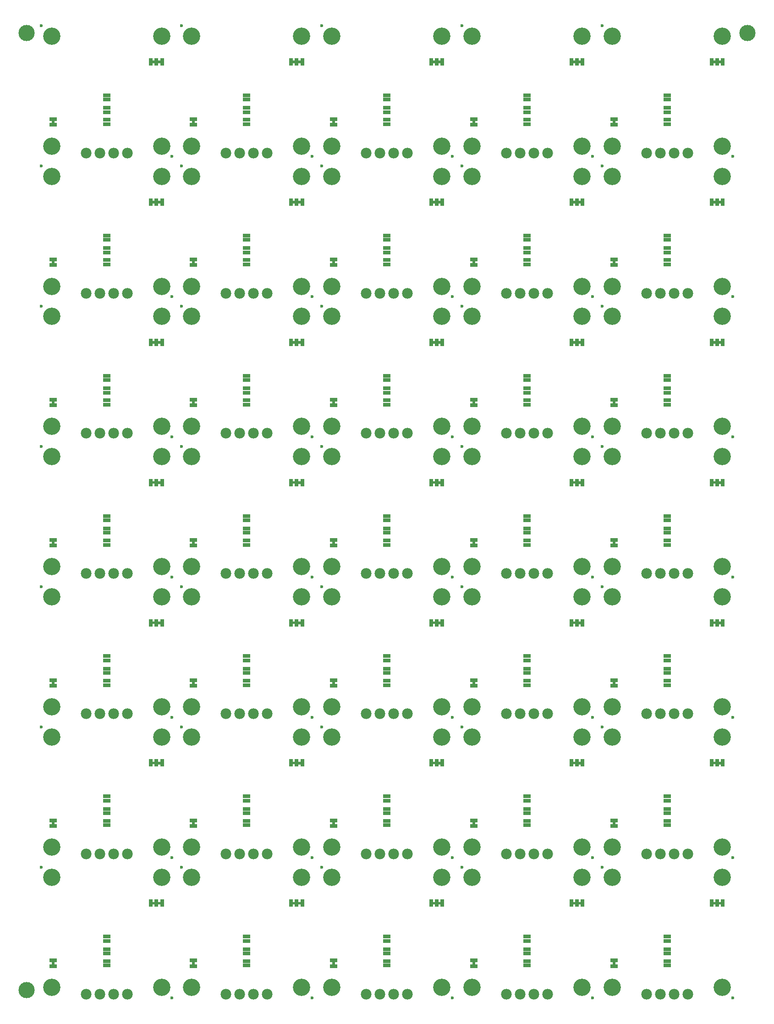
<source format=gbs>
%TF.GenerationSoftware,KiCad,Pcbnew,9.0.1*%
%TF.CreationDate,2025-06-06T10:29:03-06:00*%
%TF.ProjectId,SparkFun_STC31_panelized,53706172-6b46-4756-9e5f-53544333315f,v10*%
%TF.SameCoordinates,Original*%
%TF.FileFunction,Soldermask,Bot*%
%TF.FilePolarity,Negative*%
%FSLAX46Y46*%
G04 Gerber Fmt 4.6, Leading zero omitted, Abs format (unit mm)*
G04 Created by KiCad (PCBNEW 9.0.1) date 2025-06-06 10:29:03*
%MOMM*%
%LPD*%
G01*
G04 APERTURE LIST*
G04 Aperture macros list*
%AMRoundRect*
0 Rectangle with rounded corners*
0 $1 Rounding radius*
0 $2 $3 $4 $5 $6 $7 $8 $9 X,Y pos of 4 corners*
0 Add a 4 corners polygon primitive as box body*
4,1,4,$2,$3,$4,$5,$6,$7,$8,$9,$2,$3,0*
0 Add four circle primitives for the rounded corners*
1,1,$1+$1,$2,$3*
1,1,$1+$1,$4,$5*
1,1,$1+$1,$6,$7*
1,1,$1+$1,$8,$9*
0 Add four rect primitives between the rounded corners*
20,1,$1+$1,$2,$3,$4,$5,0*
20,1,$1+$1,$4,$5,$6,$7,0*
20,1,$1+$1,$6,$7,$8,$9,0*
20,1,$1+$1,$8,$9,$2,$3,0*%
G04 Aperture macros list end*
%ADD10C,0.000000*%
%ADD11C,3.000000*%
%ADD12RoundRect,0.050000X-0.635000X0.317500X-0.635000X-0.317500X0.635000X-0.317500X0.635000X0.317500X0*%
%ADD13RoundRect,0.050000X0.635000X-0.317500X0.635000X0.317500X-0.635000X0.317500X-0.635000X-0.317500X0*%
%ADD14C,0.600000*%
%ADD15RoundRect,0.050000X-0.635000X0.330200X-0.635000X-0.330200X0.635000X-0.330200X0.635000X0.330200X0*%
%ADD16RoundRect,0.050000X-0.330200X-0.635000X0.330200X-0.635000X0.330200X0.635000X-0.330200X0.635000X0*%
%ADD17RoundRect,0.050000X0.330200X0.635000X-0.330200X0.635000X-0.330200X-0.635000X0.330200X-0.635000X0*%
%ADD18C,3.200000*%
%ADD19C,1.979600*%
G04 APERTURE END LIST*
D10*
%TO.C,JP1*%
G36*
X106698000Y162131000D02*
G01*
X106217000Y162131000D01*
X106217000Y162639000D01*
X106698000Y162639000D01*
X106698000Y162131000D01*
G37*
G36*
X106698000Y136231000D02*
G01*
X106217000Y136231000D01*
X106217000Y136739000D01*
X106698000Y136739000D01*
X106698000Y136231000D01*
G37*
G36*
X106698000Y110331000D02*
G01*
X106217000Y110331000D01*
X106217000Y110839000D01*
X106698000Y110839000D01*
X106698000Y110331000D01*
G37*
G36*
X106698000Y84431000D02*
G01*
X106217000Y84431000D01*
X106217000Y84939000D01*
X106698000Y84939000D01*
X106698000Y84431000D01*
G37*
G36*
X106698000Y58531000D02*
G01*
X106217000Y58531000D01*
X106217000Y59039000D01*
X106698000Y59039000D01*
X106698000Y58531000D01*
G37*
G36*
X106698000Y32631000D02*
G01*
X106217000Y32631000D01*
X106217000Y33139000D01*
X106698000Y33139000D01*
X106698000Y32631000D01*
G37*
G36*
X106698000Y6731000D02*
G01*
X106217000Y6731000D01*
X106217000Y7239000D01*
X106698000Y7239000D01*
X106698000Y6731000D01*
G37*
G36*
X80798000Y162131000D02*
G01*
X80317000Y162131000D01*
X80317000Y162639000D01*
X80798000Y162639000D01*
X80798000Y162131000D01*
G37*
G36*
X80798000Y136231000D02*
G01*
X80317000Y136231000D01*
X80317000Y136739000D01*
X80798000Y136739000D01*
X80798000Y136231000D01*
G37*
G36*
X80798000Y110331000D02*
G01*
X80317000Y110331000D01*
X80317000Y110839000D01*
X80798000Y110839000D01*
X80798000Y110331000D01*
G37*
G36*
X80798000Y84431000D02*
G01*
X80317000Y84431000D01*
X80317000Y84939000D01*
X80798000Y84939000D01*
X80798000Y84431000D01*
G37*
G36*
X80798000Y58531000D02*
G01*
X80317000Y58531000D01*
X80317000Y59039000D01*
X80798000Y59039000D01*
X80798000Y58531000D01*
G37*
G36*
X80798000Y32631000D02*
G01*
X80317000Y32631000D01*
X80317000Y33139000D01*
X80798000Y33139000D01*
X80798000Y32631000D01*
G37*
G36*
X80798000Y6731000D02*
G01*
X80317000Y6731000D01*
X80317000Y7239000D01*
X80798000Y7239000D01*
X80798000Y6731000D01*
G37*
G36*
X54898000Y162131000D02*
G01*
X54417000Y162131000D01*
X54417000Y162639000D01*
X54898000Y162639000D01*
X54898000Y162131000D01*
G37*
G36*
X54898000Y136231000D02*
G01*
X54417000Y136231000D01*
X54417000Y136739000D01*
X54898000Y136739000D01*
X54898000Y136231000D01*
G37*
G36*
X54898000Y110331000D02*
G01*
X54417000Y110331000D01*
X54417000Y110839000D01*
X54898000Y110839000D01*
X54898000Y110331000D01*
G37*
G36*
X54898000Y84431000D02*
G01*
X54417000Y84431000D01*
X54417000Y84939000D01*
X54898000Y84939000D01*
X54898000Y84431000D01*
G37*
G36*
X54898000Y58531000D02*
G01*
X54417000Y58531000D01*
X54417000Y59039000D01*
X54898000Y59039000D01*
X54898000Y58531000D01*
G37*
G36*
X54898000Y32631000D02*
G01*
X54417000Y32631000D01*
X54417000Y33139000D01*
X54898000Y33139000D01*
X54898000Y32631000D01*
G37*
G36*
X54898000Y6731000D02*
G01*
X54417000Y6731000D01*
X54417000Y7239000D01*
X54898000Y7239000D01*
X54898000Y6731000D01*
G37*
G36*
X28998000Y162131000D02*
G01*
X28517000Y162131000D01*
X28517000Y162639000D01*
X28998000Y162639000D01*
X28998000Y162131000D01*
G37*
G36*
X28998000Y136231000D02*
G01*
X28517000Y136231000D01*
X28517000Y136739000D01*
X28998000Y136739000D01*
X28998000Y136231000D01*
G37*
G36*
X28998000Y110331000D02*
G01*
X28517000Y110331000D01*
X28517000Y110839000D01*
X28998000Y110839000D01*
X28998000Y110331000D01*
G37*
G36*
X28998000Y84431000D02*
G01*
X28517000Y84431000D01*
X28517000Y84939000D01*
X28998000Y84939000D01*
X28998000Y84431000D01*
G37*
G36*
X28998000Y58531000D02*
G01*
X28517000Y58531000D01*
X28517000Y59039000D01*
X28998000Y59039000D01*
X28998000Y58531000D01*
G37*
G36*
X28998000Y32631000D02*
G01*
X28517000Y32631000D01*
X28517000Y33139000D01*
X28998000Y33139000D01*
X28998000Y32631000D01*
G37*
G36*
X28998000Y6731000D02*
G01*
X28517000Y6731000D01*
X28517000Y7239000D01*
X28998000Y7239000D01*
X28998000Y6731000D01*
G37*
G36*
X3098000Y162131000D02*
G01*
X2617000Y162131000D01*
X2617000Y162639000D01*
X3098000Y162639000D01*
X3098000Y162131000D01*
G37*
G36*
X3098000Y136231000D02*
G01*
X2617000Y136231000D01*
X2617000Y136739000D01*
X3098000Y136739000D01*
X3098000Y136231000D01*
G37*
G36*
X3098000Y110331000D02*
G01*
X2617000Y110331000D01*
X2617000Y110839000D01*
X3098000Y110839000D01*
X3098000Y110331000D01*
G37*
G36*
X3098000Y84431000D02*
G01*
X2617000Y84431000D01*
X2617000Y84939000D01*
X3098000Y84939000D01*
X3098000Y84431000D01*
G37*
G36*
X3098000Y58531000D02*
G01*
X2617000Y58531000D01*
X2617000Y59039000D01*
X3098000Y59039000D01*
X3098000Y58531000D01*
G37*
G36*
X3098000Y32631000D02*
G01*
X2617000Y32631000D01*
X2617000Y33139000D01*
X3098000Y33139000D01*
X3098000Y32631000D01*
G37*
%TO.C,JP2*%
G36*
X125240800Y173257000D02*
G01*
X124732800Y173257000D01*
X124732800Y173738000D01*
X125240800Y173738000D01*
X125240800Y173257000D01*
G37*
G36*
X126273500Y173234000D02*
G01*
X125765500Y173234000D01*
X125765500Y173715000D01*
X126273500Y173715000D01*
X126273500Y173234000D01*
G37*
G36*
X125240800Y147357000D02*
G01*
X124732800Y147357000D01*
X124732800Y147838000D01*
X125240800Y147838000D01*
X125240800Y147357000D01*
G37*
G36*
X126273500Y147334000D02*
G01*
X125765500Y147334000D01*
X125765500Y147815000D01*
X126273500Y147815000D01*
X126273500Y147334000D01*
G37*
G36*
X125240800Y121457000D02*
G01*
X124732800Y121457000D01*
X124732800Y121938000D01*
X125240800Y121938000D01*
X125240800Y121457000D01*
G37*
G36*
X126273500Y121434000D02*
G01*
X125765500Y121434000D01*
X125765500Y121915000D01*
X126273500Y121915000D01*
X126273500Y121434000D01*
G37*
G36*
X125240800Y95557000D02*
G01*
X124732800Y95557000D01*
X124732800Y96038000D01*
X125240800Y96038000D01*
X125240800Y95557000D01*
G37*
G36*
X126273500Y95534000D02*
G01*
X125765500Y95534000D01*
X125765500Y96015000D01*
X126273500Y96015000D01*
X126273500Y95534000D01*
G37*
G36*
X125240800Y69657000D02*
G01*
X124732800Y69657000D01*
X124732800Y70138000D01*
X125240800Y70138000D01*
X125240800Y69657000D01*
G37*
G36*
X126273500Y69634000D02*
G01*
X125765500Y69634000D01*
X125765500Y70115000D01*
X126273500Y70115000D01*
X126273500Y69634000D01*
G37*
G36*
X125240800Y43757000D02*
G01*
X124732800Y43757000D01*
X124732800Y44238000D01*
X125240800Y44238000D01*
X125240800Y43757000D01*
G37*
G36*
X126273500Y43734000D02*
G01*
X125765500Y43734000D01*
X125765500Y44215000D01*
X126273500Y44215000D01*
X126273500Y43734000D01*
G37*
G36*
X125240800Y17857000D02*
G01*
X124732800Y17857000D01*
X124732800Y18338000D01*
X125240800Y18338000D01*
X125240800Y17857000D01*
G37*
G36*
X126273500Y17834000D02*
G01*
X125765500Y17834000D01*
X125765500Y18315000D01*
X126273500Y18315000D01*
X126273500Y17834000D01*
G37*
G36*
X99340800Y173257000D02*
G01*
X98832800Y173257000D01*
X98832800Y173738000D01*
X99340800Y173738000D01*
X99340800Y173257000D01*
G37*
G36*
X100373500Y173234000D02*
G01*
X99865500Y173234000D01*
X99865500Y173715000D01*
X100373500Y173715000D01*
X100373500Y173234000D01*
G37*
G36*
X99340800Y147357000D02*
G01*
X98832800Y147357000D01*
X98832800Y147838000D01*
X99340800Y147838000D01*
X99340800Y147357000D01*
G37*
G36*
X100373500Y147334000D02*
G01*
X99865500Y147334000D01*
X99865500Y147815000D01*
X100373500Y147815000D01*
X100373500Y147334000D01*
G37*
G36*
X99340800Y121457000D02*
G01*
X98832800Y121457000D01*
X98832800Y121938000D01*
X99340800Y121938000D01*
X99340800Y121457000D01*
G37*
G36*
X100373500Y121434000D02*
G01*
X99865500Y121434000D01*
X99865500Y121915000D01*
X100373500Y121915000D01*
X100373500Y121434000D01*
G37*
G36*
X99340800Y95557000D02*
G01*
X98832800Y95557000D01*
X98832800Y96038000D01*
X99340800Y96038000D01*
X99340800Y95557000D01*
G37*
G36*
X100373500Y95534000D02*
G01*
X99865500Y95534000D01*
X99865500Y96015000D01*
X100373500Y96015000D01*
X100373500Y95534000D01*
G37*
G36*
X99340800Y69657000D02*
G01*
X98832800Y69657000D01*
X98832800Y70138000D01*
X99340800Y70138000D01*
X99340800Y69657000D01*
G37*
G36*
X100373500Y69634000D02*
G01*
X99865500Y69634000D01*
X99865500Y70115000D01*
X100373500Y70115000D01*
X100373500Y69634000D01*
G37*
G36*
X99340800Y43757000D02*
G01*
X98832800Y43757000D01*
X98832800Y44238000D01*
X99340800Y44238000D01*
X99340800Y43757000D01*
G37*
G36*
X100373500Y43734000D02*
G01*
X99865500Y43734000D01*
X99865500Y44215000D01*
X100373500Y44215000D01*
X100373500Y43734000D01*
G37*
G36*
X99340800Y17857000D02*
G01*
X98832800Y17857000D01*
X98832800Y18338000D01*
X99340800Y18338000D01*
X99340800Y17857000D01*
G37*
G36*
X100373500Y17834000D02*
G01*
X99865500Y17834000D01*
X99865500Y18315000D01*
X100373500Y18315000D01*
X100373500Y17834000D01*
G37*
G36*
X73440800Y173257000D02*
G01*
X72932800Y173257000D01*
X72932800Y173738000D01*
X73440800Y173738000D01*
X73440800Y173257000D01*
G37*
G36*
X74473500Y173234000D02*
G01*
X73965500Y173234000D01*
X73965500Y173715000D01*
X74473500Y173715000D01*
X74473500Y173234000D01*
G37*
G36*
X73440800Y147357000D02*
G01*
X72932800Y147357000D01*
X72932800Y147838000D01*
X73440800Y147838000D01*
X73440800Y147357000D01*
G37*
G36*
X74473500Y147334000D02*
G01*
X73965500Y147334000D01*
X73965500Y147815000D01*
X74473500Y147815000D01*
X74473500Y147334000D01*
G37*
G36*
X73440800Y121457000D02*
G01*
X72932800Y121457000D01*
X72932800Y121938000D01*
X73440800Y121938000D01*
X73440800Y121457000D01*
G37*
G36*
X74473500Y121434000D02*
G01*
X73965500Y121434000D01*
X73965500Y121915000D01*
X74473500Y121915000D01*
X74473500Y121434000D01*
G37*
G36*
X73440800Y95557000D02*
G01*
X72932800Y95557000D01*
X72932800Y96038000D01*
X73440800Y96038000D01*
X73440800Y95557000D01*
G37*
G36*
X74473500Y95534000D02*
G01*
X73965500Y95534000D01*
X73965500Y96015000D01*
X74473500Y96015000D01*
X74473500Y95534000D01*
G37*
G36*
X73440800Y69657000D02*
G01*
X72932800Y69657000D01*
X72932800Y70138000D01*
X73440800Y70138000D01*
X73440800Y69657000D01*
G37*
G36*
X74473500Y69634000D02*
G01*
X73965500Y69634000D01*
X73965500Y70115000D01*
X74473500Y70115000D01*
X74473500Y69634000D01*
G37*
G36*
X73440800Y43757000D02*
G01*
X72932800Y43757000D01*
X72932800Y44238000D01*
X73440800Y44238000D01*
X73440800Y43757000D01*
G37*
G36*
X74473500Y43734000D02*
G01*
X73965500Y43734000D01*
X73965500Y44215000D01*
X74473500Y44215000D01*
X74473500Y43734000D01*
G37*
G36*
X73440800Y17857000D02*
G01*
X72932800Y17857000D01*
X72932800Y18338000D01*
X73440800Y18338000D01*
X73440800Y17857000D01*
G37*
G36*
X74473500Y17834000D02*
G01*
X73965500Y17834000D01*
X73965500Y18315000D01*
X74473500Y18315000D01*
X74473500Y17834000D01*
G37*
G36*
X47540800Y173257000D02*
G01*
X47032800Y173257000D01*
X47032800Y173738000D01*
X47540800Y173738000D01*
X47540800Y173257000D01*
G37*
G36*
X48573500Y173234000D02*
G01*
X48065500Y173234000D01*
X48065500Y173715000D01*
X48573500Y173715000D01*
X48573500Y173234000D01*
G37*
G36*
X47540800Y147357000D02*
G01*
X47032800Y147357000D01*
X47032800Y147838000D01*
X47540800Y147838000D01*
X47540800Y147357000D01*
G37*
G36*
X48573500Y147334000D02*
G01*
X48065500Y147334000D01*
X48065500Y147815000D01*
X48573500Y147815000D01*
X48573500Y147334000D01*
G37*
G36*
X47540800Y121457000D02*
G01*
X47032800Y121457000D01*
X47032800Y121938000D01*
X47540800Y121938000D01*
X47540800Y121457000D01*
G37*
G36*
X48573500Y121434000D02*
G01*
X48065500Y121434000D01*
X48065500Y121915000D01*
X48573500Y121915000D01*
X48573500Y121434000D01*
G37*
G36*
X47540800Y95557000D02*
G01*
X47032800Y95557000D01*
X47032800Y96038000D01*
X47540800Y96038000D01*
X47540800Y95557000D01*
G37*
G36*
X48573500Y95534000D02*
G01*
X48065500Y95534000D01*
X48065500Y96015000D01*
X48573500Y96015000D01*
X48573500Y95534000D01*
G37*
G36*
X47540800Y69657000D02*
G01*
X47032800Y69657000D01*
X47032800Y70138000D01*
X47540800Y70138000D01*
X47540800Y69657000D01*
G37*
G36*
X48573500Y69634000D02*
G01*
X48065500Y69634000D01*
X48065500Y70115000D01*
X48573500Y70115000D01*
X48573500Y69634000D01*
G37*
G36*
X47540800Y43757000D02*
G01*
X47032800Y43757000D01*
X47032800Y44238000D01*
X47540800Y44238000D01*
X47540800Y43757000D01*
G37*
G36*
X48573500Y43734000D02*
G01*
X48065500Y43734000D01*
X48065500Y44215000D01*
X48573500Y44215000D01*
X48573500Y43734000D01*
G37*
G36*
X47540800Y17857000D02*
G01*
X47032800Y17857000D01*
X47032800Y18338000D01*
X47540800Y18338000D01*
X47540800Y17857000D01*
G37*
G36*
X48573500Y17834000D02*
G01*
X48065500Y17834000D01*
X48065500Y18315000D01*
X48573500Y18315000D01*
X48573500Y17834000D01*
G37*
G36*
X21640800Y173257000D02*
G01*
X21132800Y173257000D01*
X21132800Y173738000D01*
X21640800Y173738000D01*
X21640800Y173257000D01*
G37*
G36*
X22673500Y173234000D02*
G01*
X22165500Y173234000D01*
X22165500Y173715000D01*
X22673500Y173715000D01*
X22673500Y173234000D01*
G37*
G36*
X21640800Y147357000D02*
G01*
X21132800Y147357000D01*
X21132800Y147838000D01*
X21640800Y147838000D01*
X21640800Y147357000D01*
G37*
G36*
X22673500Y147334000D02*
G01*
X22165500Y147334000D01*
X22165500Y147815000D01*
X22673500Y147815000D01*
X22673500Y147334000D01*
G37*
G36*
X21640800Y121457000D02*
G01*
X21132800Y121457000D01*
X21132800Y121938000D01*
X21640800Y121938000D01*
X21640800Y121457000D01*
G37*
G36*
X22673500Y121434000D02*
G01*
X22165500Y121434000D01*
X22165500Y121915000D01*
X22673500Y121915000D01*
X22673500Y121434000D01*
G37*
G36*
X21640800Y95557000D02*
G01*
X21132800Y95557000D01*
X21132800Y96038000D01*
X21640800Y96038000D01*
X21640800Y95557000D01*
G37*
G36*
X22673500Y95534000D02*
G01*
X22165500Y95534000D01*
X22165500Y96015000D01*
X22673500Y96015000D01*
X22673500Y95534000D01*
G37*
G36*
X21640800Y69657000D02*
G01*
X21132800Y69657000D01*
X21132800Y70138000D01*
X21640800Y70138000D01*
X21640800Y69657000D01*
G37*
G36*
X22673500Y69634000D02*
G01*
X22165500Y69634000D01*
X22165500Y70115000D01*
X22673500Y70115000D01*
X22673500Y69634000D01*
G37*
G36*
X21640800Y43757000D02*
G01*
X21132800Y43757000D01*
X21132800Y44238000D01*
X21640800Y44238000D01*
X21640800Y43757000D01*
G37*
G36*
X22673500Y43734000D02*
G01*
X22165500Y43734000D01*
X22165500Y44215000D01*
X22673500Y44215000D01*
X22673500Y43734000D01*
G37*
G36*
X21640800Y17857000D02*
G01*
X21132800Y17857000D01*
X21132800Y18338000D01*
X21640800Y18338000D01*
X21640800Y17857000D01*
G37*
G36*
X22673500Y17834000D02*
G01*
X22165500Y17834000D01*
X22165500Y18315000D01*
X22673500Y18315000D01*
X22673500Y17834000D01*
G37*
%TO.C,JP1*%
G36*
X3098000Y6731000D02*
G01*
X2617000Y6731000D01*
X2617000Y7239000D01*
X3098000Y7239000D01*
X3098000Y6731000D01*
G37*
%TD*%
D11*
%TO.C,*%
X131087500Y178800000D03*
%TD*%
%TO.C,*%
X-2087500Y178800000D03*
%TD*%
%TO.C,*%
X-2087500Y2000000D03*
%TD*%
D12*
%TO.C,JP3*%
X116300000Y167325300D03*
X116300000Y166512500D03*
%TD*%
%TO.C,JP3*%
X116300000Y141425300D03*
X116300000Y140612500D03*
%TD*%
%TO.C,JP3*%
X116300000Y115525300D03*
X116300000Y114712500D03*
%TD*%
%TO.C,JP3*%
X116300000Y89625300D03*
X116300000Y88812500D03*
%TD*%
%TO.C,JP3*%
X116300000Y63725300D03*
X116300000Y62912500D03*
%TD*%
%TO.C,JP3*%
X116300000Y37825300D03*
X116300000Y37012500D03*
%TD*%
%TO.C,JP3*%
X116300000Y11925300D03*
X116300000Y11112500D03*
%TD*%
%TO.C,JP3*%
X90400000Y167325300D03*
X90400000Y166512500D03*
%TD*%
%TO.C,JP3*%
X90400000Y141425300D03*
X90400000Y140612500D03*
%TD*%
%TO.C,JP3*%
X90400000Y115525300D03*
X90400000Y114712500D03*
%TD*%
%TO.C,JP3*%
X90400000Y89625300D03*
X90400000Y88812500D03*
%TD*%
%TO.C,JP3*%
X90400000Y63725300D03*
X90400000Y62912500D03*
%TD*%
%TO.C,JP3*%
X90400000Y37825300D03*
X90400000Y37012500D03*
%TD*%
%TO.C,JP3*%
X90400000Y11925300D03*
X90400000Y11112500D03*
%TD*%
%TO.C,JP3*%
X64500000Y167325300D03*
X64500000Y166512500D03*
%TD*%
%TO.C,JP3*%
X64500000Y141425300D03*
X64500000Y140612500D03*
%TD*%
%TO.C,JP3*%
X64500000Y115525300D03*
X64500000Y114712500D03*
%TD*%
%TO.C,JP3*%
X64500000Y89625300D03*
X64500000Y88812500D03*
%TD*%
%TO.C,JP3*%
X64500000Y63725300D03*
X64500000Y62912500D03*
%TD*%
%TO.C,JP3*%
X64500000Y37825300D03*
X64500000Y37012500D03*
%TD*%
%TO.C,JP3*%
X64500000Y11925300D03*
X64500000Y11112500D03*
%TD*%
%TO.C,JP3*%
X38600000Y167325300D03*
X38600000Y166512500D03*
%TD*%
%TO.C,JP3*%
X38600000Y141425300D03*
X38600000Y140612500D03*
%TD*%
%TO.C,JP3*%
X38600000Y115525300D03*
X38600000Y114712500D03*
%TD*%
%TO.C,JP3*%
X38600000Y89625300D03*
X38600000Y88812500D03*
%TD*%
%TO.C,JP3*%
X38600000Y63725300D03*
X38600000Y62912500D03*
%TD*%
%TO.C,JP3*%
X38600000Y37825300D03*
X38600000Y37012500D03*
%TD*%
%TO.C,JP3*%
X38600000Y11925300D03*
X38600000Y11112500D03*
%TD*%
%TO.C,JP3*%
X12700000Y167325300D03*
X12700000Y166512500D03*
%TD*%
%TO.C,JP3*%
X12700000Y141425300D03*
X12700000Y140612500D03*
%TD*%
%TO.C,JP3*%
X12700000Y115525300D03*
X12700000Y114712500D03*
%TD*%
%TO.C,JP3*%
X12700000Y89625300D03*
X12700000Y88812500D03*
%TD*%
%TO.C,JP3*%
X12700000Y63725300D03*
X12700000Y62912500D03*
%TD*%
%TO.C,JP3*%
X12700000Y37825300D03*
X12700000Y37012500D03*
%TD*%
D13*
%TO.C,JP5*%
X116300000Y161978600D03*
X116300000Y162791400D03*
%TD*%
%TO.C,JP5*%
X116300000Y136078600D03*
X116300000Y136891400D03*
%TD*%
%TO.C,JP5*%
X116300000Y110178600D03*
X116300000Y110991400D03*
%TD*%
%TO.C,JP5*%
X116300000Y84278600D03*
X116300000Y85091400D03*
%TD*%
%TO.C,JP5*%
X116300000Y58378600D03*
X116300000Y59191400D03*
%TD*%
%TO.C,JP5*%
X116300000Y32478600D03*
X116300000Y33291400D03*
%TD*%
%TO.C,JP5*%
X116300000Y6578600D03*
X116300000Y7391400D03*
%TD*%
%TO.C,JP5*%
X90400000Y161978600D03*
X90400000Y162791400D03*
%TD*%
%TO.C,JP5*%
X90400000Y136078600D03*
X90400000Y136891400D03*
%TD*%
%TO.C,JP5*%
X90400000Y110178600D03*
X90400000Y110991400D03*
%TD*%
%TO.C,JP5*%
X90400000Y84278600D03*
X90400000Y85091400D03*
%TD*%
%TO.C,JP5*%
X90400000Y58378600D03*
X90400000Y59191400D03*
%TD*%
%TO.C,JP5*%
X90400000Y32478600D03*
X90400000Y33291400D03*
%TD*%
%TO.C,JP5*%
X90400000Y6578600D03*
X90400000Y7391400D03*
%TD*%
%TO.C,JP5*%
X64500000Y161978600D03*
X64500000Y162791400D03*
%TD*%
%TO.C,JP5*%
X64500000Y136078600D03*
X64500000Y136891400D03*
%TD*%
%TO.C,JP5*%
X64500000Y110178600D03*
X64500000Y110991400D03*
%TD*%
%TO.C,JP5*%
X64500000Y84278600D03*
X64500000Y85091400D03*
%TD*%
%TO.C,JP5*%
X64500000Y58378600D03*
X64500000Y59191400D03*
%TD*%
%TO.C,JP5*%
X64500000Y32478600D03*
X64500000Y33291400D03*
%TD*%
%TO.C,JP5*%
X64500000Y6578600D03*
X64500000Y7391400D03*
%TD*%
%TO.C,JP5*%
X38600000Y161978600D03*
X38600000Y162791400D03*
%TD*%
%TO.C,JP5*%
X38600000Y136078600D03*
X38600000Y136891400D03*
%TD*%
%TO.C,JP5*%
X38600000Y110178600D03*
X38600000Y110991400D03*
%TD*%
%TO.C,JP5*%
X38600000Y84278600D03*
X38600000Y85091400D03*
%TD*%
%TO.C,JP5*%
X38600000Y58378600D03*
X38600000Y59191400D03*
%TD*%
%TO.C,JP5*%
X38600000Y32478600D03*
X38600000Y33291400D03*
%TD*%
%TO.C,JP5*%
X38600000Y6578600D03*
X38600000Y7391400D03*
%TD*%
%TO.C,JP5*%
X12700000Y161978600D03*
X12700000Y162791400D03*
%TD*%
%TO.C,JP5*%
X12700000Y136078600D03*
X12700000Y136891400D03*
%TD*%
%TO.C,JP5*%
X12700000Y110178600D03*
X12700000Y110991400D03*
%TD*%
%TO.C,JP5*%
X12700000Y84278600D03*
X12700000Y85091400D03*
%TD*%
%TO.C,JP5*%
X12700000Y58378600D03*
X12700000Y59191400D03*
%TD*%
%TO.C,JP5*%
X12700000Y32478600D03*
X12700000Y33291400D03*
%TD*%
D14*
%TO.C,FID1*%
X128365000Y156035000D03*
%TD*%
%TO.C,FID1*%
X128365000Y130135000D03*
%TD*%
%TO.C,FID1*%
X128365000Y104235000D03*
%TD*%
%TO.C,FID1*%
X128365000Y78335000D03*
%TD*%
%TO.C,FID1*%
X128365000Y52435000D03*
%TD*%
%TO.C,FID1*%
X128365000Y26535000D03*
%TD*%
%TO.C,FID1*%
X128365000Y635000D03*
%TD*%
%TO.C,FID1*%
X102465000Y156035000D03*
%TD*%
%TO.C,FID1*%
X102465000Y130135000D03*
%TD*%
%TO.C,FID1*%
X102465000Y104235000D03*
%TD*%
%TO.C,FID1*%
X102465000Y78335000D03*
%TD*%
%TO.C,FID1*%
X102465000Y52435000D03*
%TD*%
%TO.C,FID1*%
X102465000Y26535000D03*
%TD*%
%TO.C,FID1*%
X102465000Y635000D03*
%TD*%
%TO.C,FID1*%
X76565000Y156035000D03*
%TD*%
%TO.C,FID1*%
X76565000Y130135000D03*
%TD*%
%TO.C,FID1*%
X76565000Y104235000D03*
%TD*%
%TO.C,FID1*%
X76565000Y78335000D03*
%TD*%
%TO.C,FID1*%
X76565000Y52435000D03*
%TD*%
%TO.C,FID1*%
X76565000Y26535000D03*
%TD*%
%TO.C,FID1*%
X76565000Y635000D03*
%TD*%
%TO.C,FID1*%
X50665000Y156035000D03*
%TD*%
%TO.C,FID1*%
X50665000Y130135000D03*
%TD*%
%TO.C,FID1*%
X50665000Y104235000D03*
%TD*%
%TO.C,FID1*%
X50665000Y78335000D03*
%TD*%
%TO.C,FID1*%
X50665000Y52435000D03*
%TD*%
%TO.C,FID1*%
X50665000Y26535000D03*
%TD*%
%TO.C,FID1*%
X50665000Y635000D03*
%TD*%
%TO.C,FID1*%
X24765000Y156035000D03*
%TD*%
%TO.C,FID1*%
X24765000Y130135000D03*
%TD*%
%TO.C,FID1*%
X24765000Y104235000D03*
%TD*%
%TO.C,FID1*%
X24765000Y78335000D03*
%TD*%
%TO.C,FID1*%
X24765000Y52435000D03*
%TD*%
%TO.C,FID1*%
X24765000Y26535000D03*
%TD*%
%TO.C,FID2*%
X104235000Y180165000D03*
%TD*%
%TO.C,FID2*%
X104235000Y154265000D03*
%TD*%
%TO.C,FID2*%
X104235000Y128365000D03*
%TD*%
%TO.C,FID2*%
X104235000Y102465000D03*
%TD*%
%TO.C,FID2*%
X104235000Y76565000D03*
%TD*%
%TO.C,FID2*%
X104235000Y50665000D03*
%TD*%
%TO.C,FID2*%
X104235000Y24765000D03*
%TD*%
%TO.C,FID2*%
X78335000Y180165000D03*
%TD*%
%TO.C,FID2*%
X78335000Y154265000D03*
%TD*%
%TO.C,FID2*%
X78335000Y128365000D03*
%TD*%
%TO.C,FID2*%
X78335000Y102465000D03*
%TD*%
%TO.C,FID2*%
X78335000Y76565000D03*
%TD*%
%TO.C,FID2*%
X78335000Y50665000D03*
%TD*%
%TO.C,FID2*%
X78335000Y24765000D03*
%TD*%
%TO.C,FID2*%
X52435000Y180165000D03*
%TD*%
%TO.C,FID2*%
X52435000Y154265000D03*
%TD*%
%TO.C,FID2*%
X52435000Y128365000D03*
%TD*%
%TO.C,FID2*%
X52435000Y102465000D03*
%TD*%
%TO.C,FID2*%
X52435000Y76565000D03*
%TD*%
%TO.C,FID2*%
X52435000Y50665000D03*
%TD*%
%TO.C,FID2*%
X52435000Y24765000D03*
%TD*%
%TO.C,FID2*%
X26535000Y180165000D03*
%TD*%
%TO.C,FID2*%
X26535000Y154265000D03*
%TD*%
%TO.C,FID2*%
X26535000Y128365000D03*
%TD*%
%TO.C,FID2*%
X26535000Y102465000D03*
%TD*%
%TO.C,FID2*%
X26535000Y76565000D03*
%TD*%
%TO.C,FID2*%
X26535000Y50665000D03*
%TD*%
%TO.C,FID2*%
X26535000Y24765000D03*
%TD*%
%TO.C,FID2*%
X635000Y180165000D03*
%TD*%
%TO.C,FID2*%
X635000Y154265000D03*
%TD*%
%TO.C,FID2*%
X635000Y128365000D03*
%TD*%
%TO.C,FID2*%
X635000Y102465000D03*
%TD*%
%TO.C,FID2*%
X635000Y76565000D03*
%TD*%
%TO.C,FID2*%
X635000Y50665000D03*
%TD*%
D15*
%TO.C,JP1*%
X106457500Y162905700D03*
X106457500Y161864300D03*
%TD*%
%TO.C,JP1*%
X106457500Y137005700D03*
X106457500Y135964300D03*
%TD*%
%TO.C,JP1*%
X106457500Y111105700D03*
X106457500Y110064300D03*
%TD*%
%TO.C,JP1*%
X106457500Y85205700D03*
X106457500Y84164300D03*
%TD*%
%TO.C,JP1*%
X106457500Y59305700D03*
X106457500Y58264300D03*
%TD*%
%TO.C,JP1*%
X106457500Y33405700D03*
X106457500Y32364300D03*
%TD*%
%TO.C,JP1*%
X106457500Y7505700D03*
X106457500Y6464300D03*
%TD*%
%TO.C,JP1*%
X80557500Y162905700D03*
X80557500Y161864300D03*
%TD*%
%TO.C,JP1*%
X80557500Y137005700D03*
X80557500Y135964300D03*
%TD*%
%TO.C,JP1*%
X80557500Y111105700D03*
X80557500Y110064300D03*
%TD*%
%TO.C,JP1*%
X80557500Y85205700D03*
X80557500Y84164300D03*
%TD*%
%TO.C,JP1*%
X80557500Y59305700D03*
X80557500Y58264300D03*
%TD*%
%TO.C,JP1*%
X80557500Y33405700D03*
X80557500Y32364300D03*
%TD*%
%TO.C,JP1*%
X80557500Y7505700D03*
X80557500Y6464300D03*
%TD*%
%TO.C,JP1*%
X54657500Y162905700D03*
X54657500Y161864300D03*
%TD*%
%TO.C,JP1*%
X54657500Y137005700D03*
X54657500Y135964300D03*
%TD*%
%TO.C,JP1*%
X54657500Y111105700D03*
X54657500Y110064300D03*
%TD*%
%TO.C,JP1*%
X54657500Y85205700D03*
X54657500Y84164300D03*
%TD*%
%TO.C,JP1*%
X54657500Y59305700D03*
X54657500Y58264300D03*
%TD*%
%TO.C,JP1*%
X54657500Y33405700D03*
X54657500Y32364300D03*
%TD*%
%TO.C,JP1*%
X54657500Y7505700D03*
X54657500Y6464300D03*
%TD*%
%TO.C,JP1*%
X28757500Y162905700D03*
X28757500Y161864300D03*
%TD*%
%TO.C,JP1*%
X28757500Y137005700D03*
X28757500Y135964300D03*
%TD*%
%TO.C,JP1*%
X28757500Y111105700D03*
X28757500Y110064300D03*
%TD*%
%TO.C,JP1*%
X28757500Y85205700D03*
X28757500Y84164300D03*
%TD*%
%TO.C,JP1*%
X28757500Y59305700D03*
X28757500Y58264300D03*
%TD*%
%TO.C,JP1*%
X28757500Y33405700D03*
X28757500Y32364300D03*
%TD*%
%TO.C,JP1*%
X28757500Y7505700D03*
X28757500Y6464300D03*
%TD*%
%TO.C,JP1*%
X2857500Y162905700D03*
X2857500Y161864300D03*
%TD*%
%TO.C,JP1*%
X2857500Y137005700D03*
X2857500Y135964300D03*
%TD*%
%TO.C,JP1*%
X2857500Y111105700D03*
X2857500Y110064300D03*
%TD*%
%TO.C,JP1*%
X2857500Y85205700D03*
X2857500Y84164300D03*
%TD*%
%TO.C,JP1*%
X2857500Y59305700D03*
X2857500Y58264300D03*
%TD*%
%TO.C,JP1*%
X2857500Y33405700D03*
X2857500Y32364300D03*
%TD*%
D13*
%TO.C,JP4*%
X116300000Y164201100D03*
X116300000Y165013900D03*
%TD*%
%TO.C,JP4*%
X116300000Y138301100D03*
X116300000Y139113900D03*
%TD*%
%TO.C,JP4*%
X116300000Y112401100D03*
X116300000Y113213900D03*
%TD*%
%TO.C,JP4*%
X116300000Y86501100D03*
X116300000Y87313900D03*
%TD*%
%TO.C,JP4*%
X116300000Y60601100D03*
X116300000Y61413900D03*
%TD*%
%TO.C,JP4*%
X116300000Y34701100D03*
X116300000Y35513900D03*
%TD*%
%TO.C,JP4*%
X116300000Y8801100D03*
X116300000Y9613900D03*
%TD*%
%TO.C,JP4*%
X90400000Y164201100D03*
X90400000Y165013900D03*
%TD*%
%TO.C,JP4*%
X90400000Y138301100D03*
X90400000Y139113900D03*
%TD*%
%TO.C,JP4*%
X90400000Y112401100D03*
X90400000Y113213900D03*
%TD*%
%TO.C,JP4*%
X90400000Y86501100D03*
X90400000Y87313900D03*
%TD*%
%TO.C,JP4*%
X90400000Y60601100D03*
X90400000Y61413900D03*
%TD*%
%TO.C,JP4*%
X90400000Y34701100D03*
X90400000Y35513900D03*
%TD*%
%TO.C,JP4*%
X90400000Y8801100D03*
X90400000Y9613900D03*
%TD*%
%TO.C,JP4*%
X64500000Y164201100D03*
X64500000Y165013900D03*
%TD*%
%TO.C,JP4*%
X64500000Y138301100D03*
X64500000Y139113900D03*
%TD*%
%TO.C,JP4*%
X64500000Y112401100D03*
X64500000Y113213900D03*
%TD*%
%TO.C,JP4*%
X64500000Y86501100D03*
X64500000Y87313900D03*
%TD*%
%TO.C,JP4*%
X64500000Y60601100D03*
X64500000Y61413900D03*
%TD*%
%TO.C,JP4*%
X64500000Y34701100D03*
X64500000Y35513900D03*
%TD*%
%TO.C,JP4*%
X64500000Y8801100D03*
X64500000Y9613900D03*
%TD*%
%TO.C,JP4*%
X38600000Y164201100D03*
X38600000Y165013900D03*
%TD*%
%TO.C,JP4*%
X38600000Y138301100D03*
X38600000Y139113900D03*
%TD*%
%TO.C,JP4*%
X38600000Y112401100D03*
X38600000Y113213900D03*
%TD*%
%TO.C,JP4*%
X38600000Y86501100D03*
X38600000Y87313900D03*
%TD*%
%TO.C,JP4*%
X38600000Y60601100D03*
X38600000Y61413900D03*
%TD*%
%TO.C,JP4*%
X38600000Y34701100D03*
X38600000Y35513900D03*
%TD*%
%TO.C,JP4*%
X38600000Y8801100D03*
X38600000Y9613900D03*
%TD*%
%TO.C,JP4*%
X12700000Y164201100D03*
X12700000Y165013900D03*
%TD*%
%TO.C,JP4*%
X12700000Y138301100D03*
X12700000Y139113900D03*
%TD*%
%TO.C,JP4*%
X12700000Y112401100D03*
X12700000Y113213900D03*
%TD*%
%TO.C,JP4*%
X12700000Y86501100D03*
X12700000Y87313900D03*
%TD*%
%TO.C,JP4*%
X12700000Y60601100D03*
X12700000Y61413900D03*
%TD*%
%TO.C,JP4*%
X12700000Y34701100D03*
X12700000Y35513900D03*
%TD*%
D16*
%TO.C,JP2*%
X124466100Y173497500D03*
X125507500Y173497500D03*
D17*
X126548900Y173497500D03*
%TD*%
D16*
%TO.C,JP2*%
X124466100Y147597500D03*
X125507500Y147597500D03*
D17*
X126548900Y147597500D03*
%TD*%
D16*
%TO.C,JP2*%
X124466100Y121697500D03*
X125507500Y121697500D03*
D17*
X126548900Y121697500D03*
%TD*%
D16*
%TO.C,JP2*%
X124466100Y95797500D03*
X125507500Y95797500D03*
D17*
X126548900Y95797500D03*
%TD*%
D16*
%TO.C,JP2*%
X124466100Y69897500D03*
X125507500Y69897500D03*
D17*
X126548900Y69897500D03*
%TD*%
D16*
%TO.C,JP2*%
X124466100Y43997500D03*
X125507500Y43997500D03*
D17*
X126548900Y43997500D03*
%TD*%
D16*
%TO.C,JP2*%
X124466100Y18097500D03*
X125507500Y18097500D03*
D17*
X126548900Y18097500D03*
%TD*%
D16*
%TO.C,JP2*%
X98566100Y173497500D03*
X99607500Y173497500D03*
D17*
X100648900Y173497500D03*
%TD*%
D16*
%TO.C,JP2*%
X98566100Y147597500D03*
X99607500Y147597500D03*
D17*
X100648900Y147597500D03*
%TD*%
D16*
%TO.C,JP2*%
X98566100Y121697500D03*
X99607500Y121697500D03*
D17*
X100648900Y121697500D03*
%TD*%
D16*
%TO.C,JP2*%
X98566100Y95797500D03*
X99607500Y95797500D03*
D17*
X100648900Y95797500D03*
%TD*%
D16*
%TO.C,JP2*%
X98566100Y69897500D03*
X99607500Y69897500D03*
D17*
X100648900Y69897500D03*
%TD*%
D16*
%TO.C,JP2*%
X98566100Y43997500D03*
X99607500Y43997500D03*
D17*
X100648900Y43997500D03*
%TD*%
D16*
%TO.C,JP2*%
X98566100Y18097500D03*
X99607500Y18097500D03*
D17*
X100648900Y18097500D03*
%TD*%
D16*
%TO.C,JP2*%
X72666100Y173497500D03*
X73707500Y173497500D03*
D17*
X74748900Y173497500D03*
%TD*%
D16*
%TO.C,JP2*%
X72666100Y147597500D03*
X73707500Y147597500D03*
D17*
X74748900Y147597500D03*
%TD*%
D16*
%TO.C,JP2*%
X72666100Y121697500D03*
X73707500Y121697500D03*
D17*
X74748900Y121697500D03*
%TD*%
D16*
%TO.C,JP2*%
X72666100Y95797500D03*
X73707500Y95797500D03*
D17*
X74748900Y95797500D03*
%TD*%
D16*
%TO.C,JP2*%
X72666100Y69897500D03*
X73707500Y69897500D03*
D17*
X74748900Y69897500D03*
%TD*%
D16*
%TO.C,JP2*%
X72666100Y43997500D03*
X73707500Y43997500D03*
D17*
X74748900Y43997500D03*
%TD*%
D16*
%TO.C,JP2*%
X72666100Y18097500D03*
X73707500Y18097500D03*
D17*
X74748900Y18097500D03*
%TD*%
D16*
%TO.C,JP2*%
X46766100Y173497500D03*
X47807500Y173497500D03*
D17*
X48848900Y173497500D03*
%TD*%
D16*
%TO.C,JP2*%
X46766100Y147597500D03*
X47807500Y147597500D03*
D17*
X48848900Y147597500D03*
%TD*%
D16*
%TO.C,JP2*%
X46766100Y121697500D03*
X47807500Y121697500D03*
D17*
X48848900Y121697500D03*
%TD*%
D16*
%TO.C,JP2*%
X46766100Y95797500D03*
X47807500Y95797500D03*
D17*
X48848900Y95797500D03*
%TD*%
D16*
%TO.C,JP2*%
X46766100Y69897500D03*
X47807500Y69897500D03*
D17*
X48848900Y69897500D03*
%TD*%
D16*
%TO.C,JP2*%
X46766100Y43997500D03*
X47807500Y43997500D03*
D17*
X48848900Y43997500D03*
%TD*%
D16*
%TO.C,JP2*%
X46766100Y18097500D03*
X47807500Y18097500D03*
D17*
X48848900Y18097500D03*
%TD*%
D16*
%TO.C,JP2*%
X20866100Y173497500D03*
X21907500Y173497500D03*
D17*
X22948900Y173497500D03*
%TD*%
D16*
%TO.C,JP2*%
X20866100Y147597500D03*
X21907500Y147597500D03*
D17*
X22948900Y147597500D03*
%TD*%
D16*
%TO.C,JP2*%
X20866100Y121697500D03*
X21907500Y121697500D03*
D17*
X22948900Y121697500D03*
%TD*%
D16*
%TO.C,JP2*%
X20866100Y95797500D03*
X21907500Y95797500D03*
D17*
X22948900Y95797500D03*
%TD*%
D16*
%TO.C,JP2*%
X20866100Y69897500D03*
X21907500Y69897500D03*
D17*
X22948900Y69897500D03*
%TD*%
D16*
%TO.C,JP2*%
X20866100Y43997500D03*
X21907500Y43997500D03*
D17*
X22948900Y43997500D03*
%TD*%
D18*
%TO.C,ST4*%
X106140000Y157940000D03*
%TD*%
%TO.C,ST4*%
X106140000Y132040000D03*
%TD*%
%TO.C,ST4*%
X106140000Y106140000D03*
%TD*%
%TO.C,ST4*%
X106140000Y80240000D03*
%TD*%
%TO.C,ST4*%
X106140000Y54340000D03*
%TD*%
%TO.C,ST4*%
X106140000Y28440000D03*
%TD*%
%TO.C,ST4*%
X106140000Y2540000D03*
%TD*%
%TO.C,ST4*%
X80240000Y157940000D03*
%TD*%
%TO.C,ST4*%
X80240000Y132040000D03*
%TD*%
%TO.C,ST4*%
X80240000Y106140000D03*
%TD*%
%TO.C,ST4*%
X80240000Y80240000D03*
%TD*%
%TO.C,ST4*%
X80240000Y54340000D03*
%TD*%
%TO.C,ST4*%
X80240000Y28440000D03*
%TD*%
%TO.C,ST4*%
X80240000Y2540000D03*
%TD*%
%TO.C,ST4*%
X54340000Y157940000D03*
%TD*%
%TO.C,ST4*%
X54340000Y132040000D03*
%TD*%
%TO.C,ST4*%
X54340000Y106140000D03*
%TD*%
%TO.C,ST4*%
X54340000Y80240000D03*
%TD*%
%TO.C,ST4*%
X54340000Y54340000D03*
%TD*%
%TO.C,ST4*%
X54340000Y28440000D03*
%TD*%
%TO.C,ST4*%
X54340000Y2540000D03*
%TD*%
%TO.C,ST4*%
X28440000Y157940000D03*
%TD*%
%TO.C,ST4*%
X28440000Y132040000D03*
%TD*%
%TO.C,ST4*%
X28440000Y106140000D03*
%TD*%
%TO.C,ST4*%
X28440000Y80240000D03*
%TD*%
%TO.C,ST4*%
X28440000Y54340000D03*
%TD*%
%TO.C,ST4*%
X28440000Y28440000D03*
%TD*%
%TO.C,ST4*%
X28440000Y2540000D03*
%TD*%
%TO.C,ST4*%
X2540000Y157940000D03*
%TD*%
%TO.C,ST4*%
X2540000Y132040000D03*
%TD*%
%TO.C,ST4*%
X2540000Y106140000D03*
%TD*%
%TO.C,ST4*%
X2540000Y80240000D03*
%TD*%
%TO.C,ST4*%
X2540000Y54340000D03*
%TD*%
%TO.C,ST4*%
X2540000Y28440000D03*
%TD*%
%TO.C,ST1*%
X106140000Y178260000D03*
%TD*%
%TO.C,ST1*%
X106140000Y152360000D03*
%TD*%
%TO.C,ST1*%
X106140000Y126460000D03*
%TD*%
%TO.C,ST1*%
X106140000Y100560000D03*
%TD*%
%TO.C,ST1*%
X106140000Y74660000D03*
%TD*%
%TO.C,ST1*%
X106140000Y48760000D03*
%TD*%
%TO.C,ST1*%
X106140000Y22860000D03*
%TD*%
%TO.C,ST1*%
X80240000Y178260000D03*
%TD*%
%TO.C,ST1*%
X80240000Y152360000D03*
%TD*%
%TO.C,ST1*%
X80240000Y126460000D03*
%TD*%
%TO.C,ST1*%
X80240000Y100560000D03*
%TD*%
%TO.C,ST1*%
X80240000Y74660000D03*
%TD*%
%TO.C,ST1*%
X80240000Y48760000D03*
%TD*%
%TO.C,ST1*%
X80240000Y22860000D03*
%TD*%
%TO.C,ST1*%
X54340000Y178260000D03*
%TD*%
%TO.C,ST1*%
X54340000Y152360000D03*
%TD*%
%TO.C,ST1*%
X54340000Y126460000D03*
%TD*%
%TO.C,ST1*%
X54340000Y100560000D03*
%TD*%
%TO.C,ST1*%
X54340000Y74660000D03*
%TD*%
%TO.C,ST1*%
X54340000Y48760000D03*
%TD*%
%TO.C,ST1*%
X54340000Y22860000D03*
%TD*%
%TO.C,ST1*%
X28440000Y178260000D03*
%TD*%
%TO.C,ST1*%
X28440000Y152360000D03*
%TD*%
%TO.C,ST1*%
X28440000Y126460000D03*
%TD*%
%TO.C,ST1*%
X28440000Y100560000D03*
%TD*%
%TO.C,ST1*%
X28440000Y74660000D03*
%TD*%
%TO.C,ST1*%
X28440000Y48760000D03*
%TD*%
%TO.C,ST1*%
X28440000Y22860000D03*
%TD*%
%TO.C,ST1*%
X2540000Y178260000D03*
%TD*%
%TO.C,ST1*%
X2540000Y152360000D03*
%TD*%
%TO.C,ST1*%
X2540000Y126460000D03*
%TD*%
%TO.C,ST1*%
X2540000Y100560000D03*
%TD*%
%TO.C,ST1*%
X2540000Y74660000D03*
%TD*%
%TO.C,ST1*%
X2540000Y48760000D03*
%TD*%
%TO.C,ST2*%
X126460000Y178260000D03*
%TD*%
%TO.C,ST2*%
X126460000Y152360000D03*
%TD*%
%TO.C,ST2*%
X126460000Y126460000D03*
%TD*%
%TO.C,ST2*%
X126460000Y100560000D03*
%TD*%
%TO.C,ST2*%
X126460000Y74660000D03*
%TD*%
%TO.C,ST2*%
X126460000Y48760000D03*
%TD*%
%TO.C,ST2*%
X126460000Y22860000D03*
%TD*%
%TO.C,ST2*%
X100560000Y178260000D03*
%TD*%
%TO.C,ST2*%
X100560000Y152360000D03*
%TD*%
%TO.C,ST2*%
X100560000Y126460000D03*
%TD*%
%TO.C,ST2*%
X100560000Y100560000D03*
%TD*%
%TO.C,ST2*%
X100560000Y74660000D03*
%TD*%
%TO.C,ST2*%
X100560000Y48760000D03*
%TD*%
%TO.C,ST2*%
X100560000Y22860000D03*
%TD*%
%TO.C,ST2*%
X74660000Y178260000D03*
%TD*%
%TO.C,ST2*%
X74660000Y152360000D03*
%TD*%
%TO.C,ST2*%
X74660000Y126460000D03*
%TD*%
%TO.C,ST2*%
X74660000Y100560000D03*
%TD*%
%TO.C,ST2*%
X74660000Y74660000D03*
%TD*%
%TO.C,ST2*%
X74660000Y48760000D03*
%TD*%
%TO.C,ST2*%
X74660000Y22860000D03*
%TD*%
%TO.C,ST2*%
X48760000Y178260000D03*
%TD*%
%TO.C,ST2*%
X48760000Y152360000D03*
%TD*%
%TO.C,ST2*%
X48760000Y126460000D03*
%TD*%
%TO.C,ST2*%
X48760000Y100560000D03*
%TD*%
%TO.C,ST2*%
X48760000Y74660000D03*
%TD*%
%TO.C,ST2*%
X48760000Y48760000D03*
%TD*%
%TO.C,ST2*%
X48760000Y22860000D03*
%TD*%
%TO.C,ST2*%
X22860000Y178260000D03*
%TD*%
%TO.C,ST2*%
X22860000Y152360000D03*
%TD*%
%TO.C,ST2*%
X22860000Y126460000D03*
%TD*%
%TO.C,ST2*%
X22860000Y100560000D03*
%TD*%
%TO.C,ST2*%
X22860000Y74660000D03*
%TD*%
%TO.C,ST2*%
X22860000Y48760000D03*
%TD*%
D19*
%TO.C,J4*%
X112490000Y156670000D03*
X115030000Y156670000D03*
X117570000Y156670000D03*
X120110000Y156670000D03*
%TD*%
%TO.C,J4*%
X112490000Y130770000D03*
X115030000Y130770000D03*
X117570000Y130770000D03*
X120110000Y130770000D03*
%TD*%
%TO.C,J4*%
X112490000Y104870000D03*
X115030000Y104870000D03*
X117570000Y104870000D03*
X120110000Y104870000D03*
%TD*%
%TO.C,J4*%
X112490000Y78970000D03*
X115030000Y78970000D03*
X117570000Y78970000D03*
X120110000Y78970000D03*
%TD*%
%TO.C,J4*%
X112490000Y53070000D03*
X115030000Y53070000D03*
X117570000Y53070000D03*
X120110000Y53070000D03*
%TD*%
%TO.C,J4*%
X112490000Y27170000D03*
X115030000Y27170000D03*
X117570000Y27170000D03*
X120110000Y27170000D03*
%TD*%
%TO.C,J4*%
X112490000Y1270000D03*
X115030000Y1270000D03*
X117570000Y1270000D03*
X120110000Y1270000D03*
%TD*%
%TO.C,J4*%
X86590000Y156670000D03*
X89130000Y156670000D03*
X91670000Y156670000D03*
X94210000Y156670000D03*
%TD*%
%TO.C,J4*%
X86590000Y130770000D03*
X89130000Y130770000D03*
X91670000Y130770000D03*
X94210000Y130770000D03*
%TD*%
%TO.C,J4*%
X86590000Y104870000D03*
X89130000Y104870000D03*
X91670000Y104870000D03*
X94210000Y104870000D03*
%TD*%
%TO.C,J4*%
X86590000Y78970000D03*
X89130000Y78970000D03*
X91670000Y78970000D03*
X94210000Y78970000D03*
%TD*%
%TO.C,J4*%
X86590000Y53070000D03*
X89130000Y53070000D03*
X91670000Y53070000D03*
X94210000Y53070000D03*
%TD*%
%TO.C,J4*%
X86590000Y27170000D03*
X89130000Y27170000D03*
X91670000Y27170000D03*
X94210000Y27170000D03*
%TD*%
%TO.C,J4*%
X86590000Y1270000D03*
X89130000Y1270000D03*
X91670000Y1270000D03*
X94210000Y1270000D03*
%TD*%
%TO.C,J4*%
X60690000Y156670000D03*
X63230000Y156670000D03*
X65770000Y156670000D03*
X68310000Y156670000D03*
%TD*%
%TO.C,J4*%
X60690000Y130770000D03*
X63230000Y130770000D03*
X65770000Y130770000D03*
X68310000Y130770000D03*
%TD*%
%TO.C,J4*%
X60690000Y104870000D03*
X63230000Y104870000D03*
X65770000Y104870000D03*
X68310000Y104870000D03*
%TD*%
%TO.C,J4*%
X60690000Y78970000D03*
X63230000Y78970000D03*
X65770000Y78970000D03*
X68310000Y78970000D03*
%TD*%
%TO.C,J4*%
X60690000Y53070000D03*
X63230000Y53070000D03*
X65770000Y53070000D03*
X68310000Y53070000D03*
%TD*%
%TO.C,J4*%
X60690000Y27170000D03*
X63230000Y27170000D03*
X65770000Y27170000D03*
X68310000Y27170000D03*
%TD*%
%TO.C,J4*%
X60690000Y1270000D03*
X63230000Y1270000D03*
X65770000Y1270000D03*
X68310000Y1270000D03*
%TD*%
%TO.C,J4*%
X34790000Y156670000D03*
X37330000Y156670000D03*
X39870000Y156670000D03*
X42410000Y156670000D03*
%TD*%
%TO.C,J4*%
X34790000Y130770000D03*
X37330000Y130770000D03*
X39870000Y130770000D03*
X42410000Y130770000D03*
%TD*%
%TO.C,J4*%
X34790000Y104870000D03*
X37330000Y104870000D03*
X39870000Y104870000D03*
X42410000Y104870000D03*
%TD*%
%TO.C,J4*%
X34790000Y78970000D03*
X37330000Y78970000D03*
X39870000Y78970000D03*
X42410000Y78970000D03*
%TD*%
%TO.C,J4*%
X34790000Y53070000D03*
X37330000Y53070000D03*
X39870000Y53070000D03*
X42410000Y53070000D03*
%TD*%
%TO.C,J4*%
X34790000Y27170000D03*
X37330000Y27170000D03*
X39870000Y27170000D03*
X42410000Y27170000D03*
%TD*%
%TO.C,J4*%
X34790000Y1270000D03*
X37330000Y1270000D03*
X39870000Y1270000D03*
X42410000Y1270000D03*
%TD*%
%TO.C,J4*%
X8890000Y156670000D03*
X11430000Y156670000D03*
X13970000Y156670000D03*
X16510000Y156670000D03*
%TD*%
%TO.C,J4*%
X8890000Y130770000D03*
X11430000Y130770000D03*
X13970000Y130770000D03*
X16510000Y130770000D03*
%TD*%
%TO.C,J4*%
X8890000Y104870000D03*
X11430000Y104870000D03*
X13970000Y104870000D03*
X16510000Y104870000D03*
%TD*%
%TO.C,J4*%
X8890000Y78970000D03*
X11430000Y78970000D03*
X13970000Y78970000D03*
X16510000Y78970000D03*
%TD*%
%TO.C,J4*%
X8890000Y53070000D03*
X11430000Y53070000D03*
X13970000Y53070000D03*
X16510000Y53070000D03*
%TD*%
%TO.C,J4*%
X8890000Y27170000D03*
X11430000Y27170000D03*
X13970000Y27170000D03*
X16510000Y27170000D03*
%TD*%
D18*
%TO.C,ST3*%
X126460000Y157940000D03*
%TD*%
%TO.C,ST3*%
X126460000Y132040000D03*
%TD*%
%TO.C,ST3*%
X126460000Y106140000D03*
%TD*%
%TO.C,ST3*%
X126460000Y80240000D03*
%TD*%
%TO.C,ST3*%
X126460000Y54340000D03*
%TD*%
%TO.C,ST3*%
X126460000Y28440000D03*
%TD*%
%TO.C,ST3*%
X126460000Y2540000D03*
%TD*%
%TO.C,ST3*%
X100560000Y157940000D03*
%TD*%
%TO.C,ST3*%
X100560000Y132040000D03*
%TD*%
%TO.C,ST3*%
X100560000Y106140000D03*
%TD*%
%TO.C,ST3*%
X100560000Y80240000D03*
%TD*%
%TO.C,ST3*%
X100560000Y54340000D03*
%TD*%
%TO.C,ST3*%
X100560000Y28440000D03*
%TD*%
%TO.C,ST3*%
X100560000Y2540000D03*
%TD*%
%TO.C,ST3*%
X74660000Y157940000D03*
%TD*%
%TO.C,ST3*%
X74660000Y132040000D03*
%TD*%
%TO.C,ST3*%
X74660000Y106140000D03*
%TD*%
%TO.C,ST3*%
X74660000Y80240000D03*
%TD*%
%TO.C,ST3*%
X74660000Y54340000D03*
%TD*%
%TO.C,ST3*%
X74660000Y28440000D03*
%TD*%
%TO.C,ST3*%
X74660000Y2540000D03*
%TD*%
%TO.C,ST3*%
X48760000Y157940000D03*
%TD*%
%TO.C,ST3*%
X48760000Y132040000D03*
%TD*%
%TO.C,ST3*%
X48760000Y106140000D03*
%TD*%
%TO.C,ST3*%
X48760000Y80240000D03*
%TD*%
%TO.C,ST3*%
X48760000Y54340000D03*
%TD*%
%TO.C,ST3*%
X48760000Y28440000D03*
%TD*%
%TO.C,ST3*%
X48760000Y2540000D03*
%TD*%
%TO.C,ST3*%
X22860000Y157940000D03*
%TD*%
%TO.C,ST3*%
X22860000Y132040000D03*
%TD*%
%TO.C,ST3*%
X22860000Y106140000D03*
%TD*%
%TO.C,ST3*%
X22860000Y80240000D03*
%TD*%
%TO.C,ST3*%
X22860000Y54340000D03*
%TD*%
%TO.C,ST3*%
X22860000Y28440000D03*
%TD*%
%TO.C,ST3*%
X22860000Y2540000D03*
%TD*%
D19*
%TO.C,J4*%
X8890000Y1270000D03*
X11430000Y1270000D03*
X13970000Y1270000D03*
X16510000Y1270000D03*
%TD*%
D18*
%TO.C,ST2*%
X22860000Y22860000D03*
%TD*%
%TO.C,ST1*%
X2540000Y22860000D03*
%TD*%
%TO.C,ST4*%
X2540000Y2540000D03*
%TD*%
D16*
%TO.C,JP2*%
X20866100Y18097500D03*
X21907500Y18097500D03*
D17*
X22948900Y18097500D03*
%TD*%
D13*
%TO.C,JP4*%
X12700000Y8801100D03*
X12700000Y9613900D03*
%TD*%
D15*
%TO.C,JP1*%
X2857500Y7505700D03*
X2857500Y6464300D03*
%TD*%
D14*
%TO.C,FID2*%
X635000Y24765000D03*
%TD*%
%TO.C,FID1*%
X24765000Y635000D03*
%TD*%
D13*
%TO.C,JP5*%
X12700000Y6578600D03*
X12700000Y7391400D03*
%TD*%
D12*
%TO.C,JP3*%
X12700000Y11925300D03*
X12700000Y11112500D03*
%TD*%
M02*

</source>
